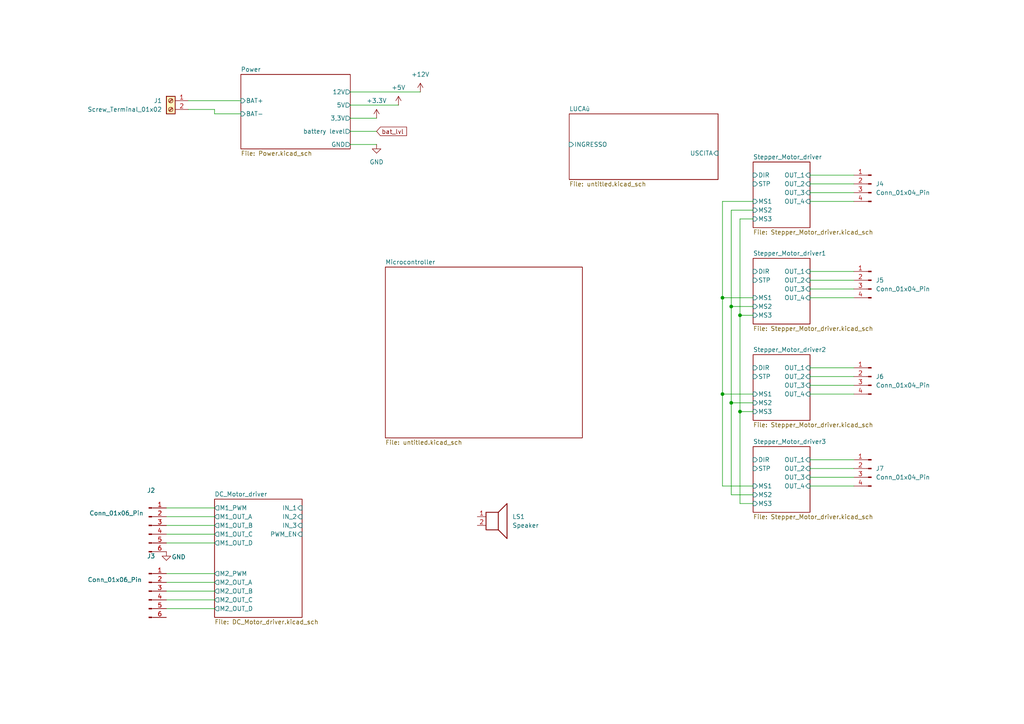
<source format=kicad_sch>
(kicad_sch (version 20250114) (generator "eeschema") (generator_version "9.0")
  (paper "A4")
  (lib_symbols
    (symbol "Connector:Conn_01x04_Pin" (pin_names (offset 1.016) (hide yes))
      (property "Reference" "J" (at 0 5.08 0))
      (property "Value" "Conn_01x04_Pin" (at 0 -7.62 0))
      (symbol "Conn_01x04_Pin_1_1"
        (rectangle (start 0.8636 2.667) (end 0 2.413) (stroke (width 0.1524)) (fill (type outline)))
        (rectangle (start 0.8636 0.127) (end 0 -0.127) (stroke (width 0.1524)) (fill (type outline)))
        (rectangle (start 0.8636 -2.413) (end 0 -2.667) (stroke (width 0.1524)) (fill (type outline)))
        (rectangle (start 0.8636 -4.953) (end 0 -5.207) (stroke (width 0.1524)) (fill (type outline)))
        (polyline (pts (xy 1.27 2.54) (xy 0.8636 2.54)) (stroke (width 0.1524)))
        (polyline (pts (xy 1.27 0) (xy 0.8636 0)) (stroke (width 0.1524)))
        (polyline (pts (xy 1.27 -2.54) (xy 0.8636 -2.54)) (stroke (width 0.1524)))
        (polyline (pts (xy 1.27 -5.08) (xy 0.8636 -5.08)) (stroke (width 0.1524)))
        (pin passive line (at 5.08 2.54 180) (length 3.81) (name "Pin_1") (number "1"))
        (pin passive line (at 5.08 0 180) (length 3.81) (name "Pin_2") (number "2"))
        (pin passive line (at 5.08 -2.54 180) (length 3.81) (name "Pin_3") (number "3"))
        (pin passive line (at 5.08 -5.08 180) (length 3.81) (name "Pin_4") (number "4"))
      )
    )
    (symbol "Connector:Conn_01x06_Pin" (pin_names (offset 1.016) (hide yes))
      (property "Reference" "J" (at 0 7.62 0))
      (property "Value" "Conn_01x06_Pin" (at 0 -10.16 0))
      (symbol "Conn_01x06_Pin_1_1"
        (rectangle (start 0.8636 5.207) (end 0 4.953) (stroke (width 0.1524)) (fill (type outline)))
        (rectangle (start 0.8636 2.667) (end 0 2.413) (stroke (width 0.1524)) (fill (type outline)))
        (rectangle (start 0.8636 0.127) (end 0 -0.127) (stroke (width 0.1524)) (fill (type outline)))
        (rectangle (start 0.8636 -2.413) (end 0 -2.667) (stroke (width 0.1524)) (fill (type outline)))
        (rectangle (start 0.8636 -4.953) (end 0 -5.207) (stroke (width 0.1524)) (fill (type outline)))
        (rectangle (start 0.8636 -7.493) (end 0 -7.747) (stroke (width 0.1524)) (fill (type outline)))
        (polyline (pts (xy 1.27 5.08) (xy 0.8636 5.08)) (stroke (width 0.1524)))
        (polyline (pts (xy 1.27 2.54) (xy 0.8636 2.54)) (stroke (width 0.1524)))
        (polyline (pts (xy 1.27 0) (xy 0.8636 0)) (stroke (width 0.1524)))
        (polyline (pts (xy 1.27 -2.54) (xy 0.8636 -2.54)) (stroke (width 0.1524)))
        (polyline (pts (xy 1.27 -5.08) (xy 0.8636 -5.08)) (stroke (width 0.1524)))
        (polyline (pts (xy 1.27 -7.62) (xy 0.8636 -7.62)) (stroke (width 0.1524)))
        (pin passive line (at 5.08 5.08 180) (length 3.81) (name "Pin_1") (number "1"))
        (pin passive line (at 5.08 2.54 180) (length 3.81) (name "Pin_2") (number "2"))
        (pin passive line (at 5.08 0 180) (length 3.81) (name "Pin_3") (number "3"))
        (pin passive line (at 5.08 -2.54 180) (length 3.81) (name "Pin_4") (number "4"))
        (pin passive line (at 5.08 -5.08 180) (length 3.81) (name "Pin_5") (number "5"))
        (pin passive line (at 5.08 -7.62 180) (length 3.81) (name "Pin_6") (number "6"))
      )
    )
    (symbol "Connector:Screw_Terminal_01x02" (pin_names (offset 1.016) (hide yes))
      (property "Reference" "J" (at 0 2.54 0))
      (property "Value" "Screw_Terminal_01x02" (at 0 -5.08 0))
      (symbol "Screw_Terminal_01x02_1_1"
        (rectangle (start -1.27 1.27) (end 1.27 -3.81) (stroke (width 0.254)) (fill (type background)))
        (polyline (pts (xy -0.5334 0.3302) (xy 0.3302 -0.508)) (stroke (width 0.1524)))
        (polyline (pts (xy -0.5334 -2.2098) (xy 0.3302 -3.048)) (stroke (width 0.1524)))
        (polyline (pts (xy -0.3556 0.508) (xy 0.508 -0.3302)) (stroke (width 0.1524)))
        (polyline (pts (xy -0.3556 -2.032) (xy 0.508 -2.8702)) (stroke (width 0.1524)))
        (circle (center 0 0) (radius 0.635) (stroke (width 0.1524)))
        (circle (center 0 -2.54) (radius 0.635) (stroke (width 0.1524)))
        (pin passive line (at -5.08 0 0) (length 3.81) (name "Pin_1") (number "1"))
        (pin passive line (at -5.08 -2.54 0) (length 3.81) (name "Pin_2") (number "2"))
      )
    )
    (symbol "Device:Speaker" (pin_names (offset 0) (hide yes))
      (property "Reference" "LS" (at 1.27 5.715 0))
      (property "Value" "Speaker" (at 1.27 3.81 0))
      (symbol "Speaker_0_0"
        (rectangle (start -2.54 1.27) (end 1.016 -3.81) (stroke (width 0.254)))
        (polyline (pts (xy 1.016 1.27) (xy 3.556 3.81) (xy 3.556 -6.35) (xy 1.016 -3.81)) (stroke (width 0.254)))
      )
      (symbol "Speaker_1_1"
        (pin input line (at -5.08 0 0) (length 2.54) (name "1") (number "1"))
        (pin input line (at -5.08 -2.54 0) (length 2.54) (name "2") (number "2"))
      )
    )
    (symbol "power:+12V" (power) (pin_numbers (hide yes)) (pin_names (offset 0) (hide yes))
      (property "Value" "+12V" (at 0 3.556 0))
      (symbol "+12V_0_1"
        (polyline (pts (xy -0.762 1.27) (xy 0 2.54)))
        (polyline (pts (xy 0 2.54) (xy 0.762 1.27)))
        (polyline (pts (xy 0 0) (xy 0 2.54)))
      )
      (symbol "+12V_1_1"
        (pin power_in line (at 0 0 90) (length 0) (name "~") (number "1"))
      )
    )
    (symbol "power:+3.3V" (power) (pin_numbers (hide yes)) (pin_names (offset 0) (hide yes))
      (property "Value" "+3.3V" (at 0 3.556 0))
      (symbol "+3.3V_0_1"
        (polyline (pts (xy -0.762 1.27) (xy 0 2.54)))
        (polyline (pts (xy 0 2.54) (xy 0.762 1.27)))
        (polyline (pts (xy 0 0) (xy 0 2.54)))
      )
      (symbol "+3.3V_1_1"
        (pin power_in line (at 0 0 90) (length 0) (name "~") (number "1"))
      )
    )
    (symbol "power:+5V" (power) (pin_numbers (hide yes)) (pin_names (offset 0) (hide yes))
      (property "Value" "+5V" (at 0 3.556 0))
      (symbol "+5V_0_1"
        (polyline (pts (xy -0.762 1.27) (xy 0 2.54)))
        (polyline (pts (xy 0 2.54) (xy 0.762 1.27)))
        (polyline (pts (xy 0 0) (xy 0 2.54)))
      )
      (symbol "+5V_1_1"
        (pin power_in line (at 0 0 90) (length 0) (name "~") (number "1"))
      )
    )
    (symbol "power:GND" (power) (pin_numbers (hide yes)) (pin_names (offset 0) (hide yes))
      (property "Value" "GND" (at 0 -3.81 0))
      (symbol "GND_0_1"
        (polyline (pts (xy 0 0) (xy 0 -1.27) (xy 1.27 -1.27) (xy 0 -2.54) (xy -1.27 -1.27) (xy 0 -1.27)))
      )
      (symbol "GND_1_1"
        (pin power_in line (at 0 0 270) (length 0) (name "~") (number "1"))
      )
    )
  )
  (junction (at 214.63 91.44))
  (junction (at 214.63 119.38))
  (junction (at 209.55 86.36))
  (junction (at 212.09 88.9))
  (junction (at 209.55 114.3))
  (junction (at 212.09 116.84))
  (wire (pts (xy 209.55 86.36) (xy 209.55 114.3)))
  (wire (pts (xy 234.95 140.97) (xy 247.65 140.97)))
  (wire (pts (xy 209.55 58.42) (xy 209.55 86.36)))
  (wire (pts (xy 101.6 26.67) (xy 121.92 26.67)))
  (wire (pts (xy 234.95 106.68) (xy 247.65 106.68)))
  (wire (pts (xy 62.23 157.48) (xy 48.26 157.48)))
  (wire (pts (xy 234.95 55.88) (xy 247.65 55.88)))
  (wire (pts (xy 214.63 119.38) (xy 214.63 91.44)))
  (wire (pts (xy 218.44 58.42) (xy 209.55 58.42)))
  (wire (pts (xy 234.95 78.74) (xy 247.65 78.74)))
  (wire (pts (xy 62.23 33.02) (xy 69.85 33.02)))
  (wire (pts (xy 212.09 143.51) (xy 218.44 143.51)))
  (wire (pts (xy 234.95 50.8) (xy 247.65 50.8)))
  (wire (pts (xy 212.09 88.9) (xy 218.44 88.9)))
  (wire (pts (xy 234.95 109.22) (xy 247.65 109.22)))
  (wire (pts (xy 234.95 58.42) (xy 247.65 58.42)))
  (wire (pts (xy 234.95 133.35) (xy 247.65 133.35)))
  (wire (pts (xy 214.63 91.44) (xy 218.44 91.44)))
  (wire (pts (xy 62.23 154.94) (xy 48.26 154.94)))
  (wire (pts (xy 62.23 31.75) (xy 62.23 33.02)))
  (wire (pts (xy 234.95 111.76) (xy 247.65 111.76)))
  (wire (pts (xy 212.09 116.84) (xy 212.09 143.51)))
  (wire (pts (xy 62.23 171.45) (xy 48.26 171.45)))
  (wire (pts (xy 62.23 147.32) (xy 48.26 147.32)))
  (wire (pts (xy 101.6 30.48) (xy 115.57 30.48)))
  (wire (pts (xy 209.55 86.36) (xy 218.44 86.36)))
  (wire (pts (xy 234.95 83.82) (xy 247.65 83.82)))
  (wire (pts (xy 62.23 149.86) (xy 48.26 149.86)))
  (wire (pts (xy 62.23 166.37) (xy 48.26 166.37)))
  (wire (pts (xy 101.6 41.91) (xy 109.22 41.91)))
  (wire (pts (xy 209.55 114.3) (xy 218.44 114.3)))
  (wire (pts (xy 212.09 60.96) (xy 218.44 60.96)))
  (wire (pts (xy 218.44 63.5) (xy 214.63 63.5)))
  (wire (pts (xy 62.23 173.99) (xy 48.26 173.99)))
  (wire (pts (xy 54.61 31.75) (xy 62.23 31.75)))
  (wire (pts (xy 234.95 86.36) (xy 247.65 86.36)))
  (wire (pts (xy 212.09 88.9) (xy 212.09 116.84)))
  (wire (pts (xy 101.6 34.29) (xy 109.22 34.29)))
  (wire (pts (xy 234.95 114.3) (xy 247.65 114.3)))
  (wire (pts (xy 212.09 60.96) (xy 212.09 88.9)))
  (wire (pts (xy 101.6 38.1) (xy 109.22 38.1)))
  (wire (pts (xy 234.95 135.89) (xy 247.65 135.89)))
  (wire (pts (xy 214.63 146.05) (xy 214.63 119.38)))
  (wire (pts (xy 54.61 29.21) (xy 69.85 29.21)))
  (wire (pts (xy 209.55 140.97) (xy 218.44 140.97)))
  (wire (pts (xy 62.23 176.53) (xy 48.26 176.53)))
  (wire (pts (xy 234.95 81.28) (xy 247.65 81.28)))
  (wire (pts (xy 62.23 152.4) (xy 48.26 152.4)))
  (wire (pts (xy 234.95 138.43) (xy 247.65 138.43)))
  (wire (pts (xy 214.63 63.5) (xy 214.63 91.44)))
  (wire (pts (xy 212.09 116.84) (xy 218.44 116.84)))
  (wire (pts (xy 218.44 146.05) (xy 214.63 146.05)))
  (wire (pts (xy 234.95 53.34) (xy 247.65 53.34)))
  (wire (pts (xy 209.55 140.97) (xy 209.55 114.3)))
  (wire (pts (xy 62.23 168.91) (xy 48.26 168.91)))
  (wire (pts (xy 218.44 119.38) (xy 214.63 119.38)))
  (global_label "bat_lvl" (shape input) (at 109.22 38.1 0) (property "Intersheetrefs" "${INTERSHEET_REFS}" (effects (hide yes))))
  (symbol (lib_id "Connector:Conn_01x06_Pin") (at 43.18 171.45 0) (unit 1)
    (property "Reference" "J3" (at 43.815 161.29 0))
    (property "Value" "Conn_01x06_Pin" (at 33.274 168.148 0))
    (property "Description" "Generic connector, single row, 01x06, script generated" (effects (hide yes)))
  )
  (symbol (lib_id "power:GND") (at 48.26 160.02 0) (mirror y) (unit 1)
    (property "Reference" "#PWR08" (effects (hide yes)))
    (property "Value" "GND" (at 51.816 161.544 0))
    (property "Description" "Power symbol creates a global label with name \"GND\" , ground" (effects (hide yes)))
  )
  (symbol (lib_id "power:GND") (at 109.22 41.91 0) (unit 1)
    (property "Reference" "#PWR04" (effects (hide yes)))
    (property "Value" "GND" (at 109.22 46.99 0))
    (property "Description" "Power symbol creates a global label with name \"GND\" , ground" (effects (hide yes)))
  )
  (symbol (lib_id "power:+12V") (at 121.92 26.67 0) (unit 1)
    (property "Reference" "#PWR03" (effects (hide yes)))
    (property "Value" "+12V" (at 121.92 21.59 0))
    (property "Description" "Power symbol creates a global label with name \"+12V\"" (effects (hide yes)))
  )
  (symbol (lib_id "Connector:Conn_01x04_Pin") (at 252.73 109.22 0) (mirror y) (unit 1)
    (property "Reference" "J6" (at 254 109.2199 0) (effects (justify right)))
    (property "Value" "Conn_01x04_Pin" (at 254 111.7599 0) (effects (justify right)))
    (property "Description" "Generic connector, single row, 01x04, script generated" (effects (hide yes)))
  )
  (symbol (lib_id "Connector:Screw_Terminal_01x02") (at 49.53 29.21 0) (mirror y) (unit 1)
    (property "Reference" "J1" (at 46.99 29.2099 0) (effects (justify left)))
    (property "Value" "Screw_Terminal_01x02" (at 46.99 31.7499 0) (effects (justify left)))
    (property "Description" "Generic screw terminal, single row, 01x02, script generated (kicad-library-utils/schlib/autogen/connector/)" (effects (hide yes)))
  )
  (symbol (lib_id "Connector:Conn_01x04_Pin") (at 252.73 81.28 0) (mirror y) (unit 1)
    (property "Reference" "J5" (at 254 81.2799 0) (effects (justify right)))
    (property "Value" "Conn_01x04_Pin" (at 254 83.8199 0) (effects (justify right)))
    (property "Description" "Generic connector, single row, 01x04, script generated" (effects (hide yes)))
  )
  (symbol (lib_id "Connector:Conn_01x04_Pin") (at 252.73 53.34 0) (mirror y) (unit 1)
    (property "Reference" "J4" (at 254 53.3399 0) (effects (justify right)))
    (property "Value" "Conn_01x04_Pin" (at 254 55.8799 0) (effects (justify right)))
    (property "Description" "Generic connector, single row, 01x04, script generated" (effects (hide yes)))
  )
  (symbol (lib_id "Connector:Conn_01x04_Pin") (at 252.73 135.89 0) (mirror y) (unit 1)
    (property "Reference" "J7" (at 254 135.8899 0) (effects (justify right)))
    (property "Value" "Conn_01x04_Pin" (at 254 138.4299 0) (effects (justify right)))
    (property "Description" "Generic connector, single row, 01x04, script generated" (effects (hide yes)))
  )
  (symbol (lib_id "power:+3.3V") (at 109.22 34.29 0) (unit 1)
    (property "Reference" "#PWR01" (effects (hide yes)))
    (property "Value" "+3.3V" (at 109.22 29.21 0))
    (property "Description" "Power symbol creates a global label with name \"+3.3V\"" (effects (hide yes)))
  )
  (symbol (lib_id "Device:Speaker") (at 143.51 149.86 0) (unit 1)
    (property "Reference" "LS1" (at 148.59 149.8599 0) (effects (justify left)))
    (property "Value" "Speaker" (at 148.59 152.3999 0) (effects (justify left)))
    (property "Description" "Speaker" (effects (hide yes)))
  )
  (symbol (lib_id "power:+5V") (at 115.57 30.48 0) (unit 1)
    (property "Reference" "#PWR02" (effects (hide yes)))
    (property "Value" "+5V" (at 115.57 25.4 0))
    (property "Description" "Power symbol creates a global label with name \"+5V\"" (effects (hide yes)))
  )
  (symbol (lib_id "Connector:Conn_01x06_Pin") (at 43.18 152.4 0) (unit 1)
    (property "Reference" "J2" (at 43.815 142.24 0))
    (property "Value" "Conn_01x06_Pin" (at 33.782 148.844 0))
    (property "Description" "Generic connector, single row, 01x06, script generated" (effects (hide yes)))
  )
  (sheet (at 111.76 77.47) (size 57.15 49.53) (stroke (width 0.1524))
    (property "Sheetname" "Microcontroller" (at 111.76 76.7584 0) (effects (justify left bottom)))
    (property "Sheetfile" "untitled.kicad_sch" (at 111.76 127.5846 0) (effects (justify left top)))
  )
  (sheet (at 218.44 129.54) (size 16.51 19.05) (stroke (width 0.1524))
    (property "Sheetname" "Stepper_Motor_driver3" (at 218.44 128.8284 0) (effects (justify left bottom)))
    (property "Sheetfile" "Stepper_Motor_driver.kicad_sch" (at 218.44 149.1746 0) (effects (justify left top)))
    (pin "DIR" input (at 218.44 133.35 180))
    (pin "STP" input (at 218.44 135.89 180))
    (pin "OUT_1" input (at 234.95 133.35 0))
    (pin "OUT_2" input (at 234.95 135.89 0))
    (pin "OUT_3" input (at 234.95 138.43 0))
    (pin "OUT_4" input (at 234.95 140.97 0))
    (pin "MS2" input (at 218.44 143.51 180))
    (pin "MS3" input (at 218.44 146.05 180))
    (pin "MS1" input (at 218.44 140.97 180))
  )
  (sheet (at 165.1 33.02) (size 43.18 19.05) (stroke (width 0.1524))
    (property "Sheetname" "LUCAù" (at 165.1 32.3084 0) (effects (justify left bottom)))
    (property "Sheetfile" "untitled.kicad_sch" (at 165.1 52.6546 0) (effects (justify left top)))
    (pin "INGRESSO" input (at 165.1 41.91 180))
    (pin "USCITA" input (at 208.28 44.45 0))
  )
  (sheet (at 218.44 102.87) (size 16.51 19.05) (stroke (width 0.1524))
    (property "Sheetname" "Stepper_Motor_driver2" (at 218.44 102.1584 0) (effects (justify left bottom)))
    (property "Sheetfile" "Stepper_Motor_driver.kicad_sch" (at 218.44 122.5046 0) (effects (justify left top)))
    (pin "DIR" input (at 218.44 106.68 180))
    (pin "STP" input (at 218.44 109.22 180))
    (pin "OUT_1" input (at 234.95 106.68 0))
    (pin "OUT_2" input (at 234.95 109.22 0))
    (pin "OUT_3" input (at 234.95 111.76 0))
    (pin "OUT_4" input (at 234.95 114.3 0))
    (pin "MS1" input (at 218.44 114.3 180))
    (pin "MS2" input (at 218.44 116.84 180))
    (pin "MS3" input (at 218.44 119.38 180))
  )
  (sheet (at 62.23 144.78) (size 25.4 34.29) (stroke (width 0.1524))
    (property "Sheetname" "DC_Motor_driver" (at 62.23 144.0684 0) (effects (justify left bottom)))
    (property "Sheetfile" "DC_Motor_driver.kicad_sch" (at 62.23 179.6546 0) (effects (justify left top)))
    (pin "IN_1" input (at 87.63 147.32 0))
    (pin "IN_2" input (at 87.63 149.86 0))
    (pin "IN_3" input (at 87.63 152.4 0))
    (pin "M1_OUT_A" output (at 62.23 149.86 180))
    (pin "M1_OUT_B" output (at 62.23 152.4 180))
    (pin "M1_OUT_C" output (at 62.23 154.94 180))
    (pin "M1_OUT_D" output (at 62.23 157.48 180))
    (pin "M2_OUT_A" output (at 62.23 168.91 180))
    (pin "M2_OUT_B" output (at 62.23 171.45 180))
    (pin "M2_OUT_C" output (at 62.23 173.99 180))
    (pin "M2_OUT_D" output (at 62.23 176.53 180))
    (pin "PWM_EN" input (at 87.63 154.94 0))
    (pin "M1_PWM" output (at 62.23 147.32 180))
    (pin "M2_PWM" output (at 62.23 166.37 180))
  )
  (sheet (at 218.44 74.93) (size 16.51 19.05) (stroke (width 0.1524))
    (property "Sheetname" "Stepper_Motor_driver1" (at 218.44 74.2184 0) (effects (justify left bottom)))
    (property "Sheetfile" "Stepper_Motor_driver.kicad_sch" (at 218.44 94.5646 0) (effects (justify left top)))
    (pin "DIR" input (at 218.44 78.74 180))
    (pin "STP" input (at 218.44 81.28 180))
    (pin "OUT_1" input (at 234.95 78.74 0))
    (pin "OUT_2" input (at 234.95 81.28 0))
    (pin "OUT_3" input (at 234.95 83.82 0))
    (pin "OUT_4" input (at 234.95 86.36 0))
    (pin "MS1" input (at 218.44 86.36 180))
    (pin "MS2" input (at 218.44 88.9 180))
    (pin "MS3" input (at 218.44 91.44 180))
  )
  (sheet (at 69.85 21.59) (size 31.75 21.59) (stroke (width 0.1524))
    (property "Sheetname" "Power" (at 69.85 20.8784 0) (effects (justify left bottom)))
    (property "Sheetfile" "Power.kicad_sch" (at 69.85 43.7646 0) (effects (justify left top)))
    (pin "3,3V" output (at 101.6 34.29 0))
    (pin "5V" output (at 101.6 30.48 0))
    (pin "12V" output (at 101.6 26.67 0))
    (pin "BAT+" input (at 69.85 29.21 180))
    (pin "BAT-" input (at 69.85 33.02 180))
    (pin "GND" output (at 101.6 41.91 0))
    (pin "battery level" output (at 101.6 38.1 0))
  )
  (sheet (at 218.44 46.99) (size 16.51 19.05) (stroke (width 0.1524))
    (property "Sheetname" "Stepper_Motor_driver" (at 218.44 46.2784 0) (effects (justify left bottom)))
    (property "Sheetfile" "Stepper_Motor_driver.kicad_sch" (at 218.44 66.6246 0) (effects (justify left top)))
    (pin "DIR" input (at 218.44 50.8 180))
    (pin "STP" input (at 218.44 53.34 180))
    (pin "OUT_1" input (at 234.95 50.8 0))
    (pin "OUT_2" input (at 234.95 53.34 0))
    (pin "OUT_3" input (at 234.95 55.88 0))
    (pin "OUT_4" input (at 234.95 58.42 0))
    (pin "MS1" input (at 218.44 58.42 180))
    (pin "MS2" input (at 218.44 60.96 180))
    (pin "MS3" input (at 218.44 63.5 180))
  )
)
</source>
